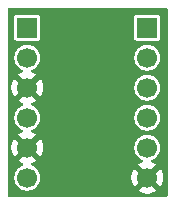
<source format=gbr>
%TF.GenerationSoftware,KiCad,Pcbnew,9.0.7*%
%TF.CreationDate,2026-01-03T11:49:46-05:00*%
%TF.ProjectId,T41-RF-board-Attenuator-daughterboard,5434312d-5246-42d6-926f-6172642d4174,rev?*%
%TF.SameCoordinates,Original*%
%TF.FileFunction,Copper,L2,Bot*%
%TF.FilePolarity,Positive*%
%FSLAX46Y46*%
G04 Gerber Fmt 4.6, Leading zero omitted, Abs format (unit mm)*
G04 Created by KiCad (PCBNEW 9.0.7) date 2026-01-03 11:49:46*
%MOMM*%
%LPD*%
G01*
G04 APERTURE LIST*
%TA.AperFunction,ComponentPad*%
%ADD10R,1.700000X1.700000*%
%TD*%
%TA.AperFunction,ComponentPad*%
%ADD11C,1.700000*%
%TD*%
%TA.AperFunction,ViaPad*%
%ADD12C,0.600000*%
%TD*%
G04 APERTURE END LIST*
D10*
%TO.P,J1,1,Pin_1*%
%TO.N,/TC0.5*%
X83820000Y-63500000D03*
D11*
%TO.P,J1,2,Pin_2*%
%TO.N,Net-(J1-Pin_2)*%
X83820000Y-66040000D03*
%TO.P,J1,3,Pin_3*%
%TO.N,GND*%
X83820000Y-68580000D03*
%TO.P,J1,4,Pin_4*%
%TO.N,+3V3*%
X83820000Y-71120000D03*
%TO.P,J1,5,Pin_5*%
%TO.N,GND*%
X83820000Y-73660000D03*
%TO.P,J1,6,Pin_6*%
%TO.N,/TC16*%
X83820000Y-76200000D03*
%TD*%
D10*
%TO.P,J2,1,Pin_1*%
%TO.N,/TC1*%
X93980000Y-63500000D03*
D11*
%TO.P,J2,2,Pin_2*%
%TO.N,/TC2*%
X93980000Y-66040000D03*
%TO.P,J2,3,Pin_3*%
%TO.N,/TC4*%
X93980000Y-68579999D03*
%TO.P,J2,4,Pin_4*%
%TO.N,/TC8*%
X93980000Y-71120000D03*
%TO.P,J2,5,Pin_5*%
%TO.N,Net-(J2-Pin_5)*%
X93980000Y-73660000D03*
%TO.P,J2,6,Pin_6*%
%TO.N,GND*%
X93980000Y-76200000D03*
%TD*%
D12*
%TO.N,GND*%
X91846400Y-72085200D03*
X95300800Y-72440800D03*
X85471000Y-77063600D03*
X85648800Y-62280800D03*
X89916000Y-76962000D03*
X95300800Y-62128400D03*
X91186000Y-75234800D03*
X89036171Y-63023300D03*
X86360000Y-64100000D03*
X90932000Y-64008000D03*
X86664800Y-68986400D03*
X95351600Y-67259200D03*
X89789000Y-72517000D03*
X82397600Y-75133200D03*
X90932000Y-68580000D03*
X82397600Y-62128400D03*
X88637393Y-69252771D03*
%TD*%
%TA.AperFunction,Conductor*%
%TO.N,GND*%
G36*
X95657739Y-61861185D02*
G01*
X95703494Y-61913989D01*
X95714700Y-61965500D01*
X95714700Y-77683700D01*
X95695015Y-77750739D01*
X95642211Y-77796494D01*
X95590700Y-77807700D01*
X82285500Y-77807700D01*
X82218461Y-77788015D01*
X82172706Y-77735211D01*
X82161500Y-77683700D01*
X82161500Y-68473753D01*
X82470000Y-68473753D01*
X82470000Y-68686246D01*
X82503242Y-68896127D01*
X82503242Y-68896130D01*
X82568904Y-69098217D01*
X82665375Y-69287550D01*
X82704728Y-69341716D01*
X83337037Y-68709408D01*
X83354075Y-68772993D01*
X83419901Y-68887007D01*
X83512993Y-68980099D01*
X83627007Y-69045925D01*
X83690590Y-69062962D01*
X83058282Y-69695269D01*
X83058282Y-69695270D01*
X83112449Y-69734624D01*
X83301784Y-69831096D01*
X83400711Y-69863239D01*
X83458387Y-69902676D01*
X83485586Y-69967034D01*
X83473672Y-70035881D01*
X83426428Y-70087357D01*
X83400722Y-70099097D01*
X83399522Y-70099487D01*
X83397550Y-70100128D01*
X83243211Y-70178768D01*
X83163256Y-70236859D01*
X83103072Y-70280586D01*
X83103070Y-70280588D01*
X83103069Y-70280588D01*
X82980588Y-70403069D01*
X82980588Y-70403070D01*
X82980586Y-70403072D01*
X82936859Y-70463256D01*
X82878768Y-70543211D01*
X82800128Y-70697552D01*
X82746597Y-70862302D01*
X82719500Y-71033389D01*
X82719500Y-71206611D01*
X82746598Y-71377701D01*
X82800127Y-71542445D01*
X82878768Y-71696788D01*
X82980586Y-71836928D01*
X83103072Y-71959414D01*
X83243212Y-72061232D01*
X83397555Y-72139873D01*
X83400708Y-72140897D01*
X83401752Y-72141611D01*
X83402048Y-72141734D01*
X83402022Y-72141795D01*
X83458383Y-72180330D01*
X83485585Y-72244688D01*
X83473674Y-72313535D01*
X83426433Y-72365013D01*
X83400712Y-72376760D01*
X83301783Y-72408904D01*
X83112439Y-72505380D01*
X83058282Y-72544727D01*
X83058282Y-72544728D01*
X83690591Y-73177037D01*
X83627007Y-73194075D01*
X83512993Y-73259901D01*
X83419901Y-73352993D01*
X83354075Y-73467007D01*
X83337037Y-73530591D01*
X82704728Y-72898282D01*
X82704727Y-72898282D01*
X82665380Y-72952439D01*
X82568904Y-73141782D01*
X82503242Y-73343869D01*
X82503242Y-73343872D01*
X82470000Y-73553753D01*
X82470000Y-73766246D01*
X82503242Y-73976127D01*
X82503242Y-73976130D01*
X82568904Y-74178217D01*
X82665375Y-74367550D01*
X82704728Y-74421716D01*
X83337037Y-73789408D01*
X83354075Y-73852993D01*
X83419901Y-73967007D01*
X83512993Y-74060099D01*
X83627007Y-74125925D01*
X83690590Y-74142962D01*
X83058282Y-74775269D01*
X83058282Y-74775270D01*
X83112449Y-74814624D01*
X83301784Y-74911096D01*
X83400711Y-74943239D01*
X83458387Y-74982676D01*
X83485586Y-75047034D01*
X83473672Y-75115881D01*
X83426428Y-75167357D01*
X83400722Y-75179097D01*
X83399522Y-75179487D01*
X83397550Y-75180128D01*
X83243211Y-75258768D01*
X83163256Y-75316859D01*
X83103072Y-75360586D01*
X83103070Y-75360588D01*
X83103069Y-75360588D01*
X82980588Y-75483069D01*
X82980588Y-75483070D01*
X82980586Y-75483072D01*
X82936859Y-75543256D01*
X82878768Y-75623211D01*
X82800128Y-75777552D01*
X82746597Y-75942302D01*
X82736349Y-76007007D01*
X82719500Y-76113389D01*
X82719500Y-76286611D01*
X82746598Y-76457701D01*
X82800127Y-76622445D01*
X82878768Y-76776788D01*
X82980586Y-76916928D01*
X83103072Y-77039414D01*
X83243212Y-77141232D01*
X83397555Y-77219873D01*
X83562299Y-77273402D01*
X83733389Y-77300500D01*
X83733390Y-77300500D01*
X83906610Y-77300500D01*
X83906611Y-77300500D01*
X84077701Y-77273402D01*
X84242445Y-77219873D01*
X84396788Y-77141232D01*
X84536928Y-77039414D01*
X84659414Y-76916928D01*
X84761232Y-76776788D01*
X84839873Y-76622445D01*
X84893402Y-76457701D01*
X84920500Y-76286611D01*
X84920500Y-76113389D01*
X84917390Y-76093753D01*
X92630000Y-76093753D01*
X92630000Y-76306246D01*
X92663242Y-76516127D01*
X92663242Y-76516130D01*
X92728904Y-76718217D01*
X92825375Y-76907550D01*
X92864728Y-76961716D01*
X93497037Y-76329408D01*
X93514075Y-76392993D01*
X93579901Y-76507007D01*
X93672993Y-76600099D01*
X93787007Y-76665925D01*
X93850590Y-76682962D01*
X93218282Y-77315269D01*
X93218282Y-77315270D01*
X93272449Y-77354624D01*
X93461782Y-77451095D01*
X93663870Y-77516757D01*
X93873754Y-77550000D01*
X94086246Y-77550000D01*
X94296127Y-77516757D01*
X94296130Y-77516757D01*
X94498217Y-77451095D01*
X94687554Y-77354622D01*
X94741716Y-77315270D01*
X94741717Y-77315270D01*
X94109408Y-76682962D01*
X94172993Y-76665925D01*
X94287007Y-76600099D01*
X94380099Y-76507007D01*
X94445925Y-76392993D01*
X94462962Y-76329408D01*
X95095270Y-76961717D01*
X95095270Y-76961716D01*
X95134622Y-76907554D01*
X95231095Y-76718217D01*
X95296757Y-76516130D01*
X95296757Y-76516127D01*
X95330000Y-76306246D01*
X95330000Y-76093753D01*
X95296757Y-75883872D01*
X95296757Y-75883869D01*
X95231095Y-75681782D01*
X95134624Y-75492449D01*
X95095270Y-75438282D01*
X95095269Y-75438282D01*
X94462962Y-76070590D01*
X94445925Y-76007007D01*
X94380099Y-75892993D01*
X94287007Y-75799901D01*
X94172993Y-75734075D01*
X94109409Y-75717037D01*
X94741716Y-75084728D01*
X94687550Y-75045375D01*
X94498217Y-74948904D01*
X94399287Y-74916760D01*
X94341611Y-74877323D01*
X94314413Y-74812964D01*
X94326328Y-74744118D01*
X94373572Y-74692642D01*
X94399290Y-74680897D01*
X94402445Y-74679873D01*
X94556788Y-74601232D01*
X94696928Y-74499414D01*
X94819414Y-74376928D01*
X94921232Y-74236788D01*
X94999873Y-74082445D01*
X95053402Y-73917701D01*
X95080500Y-73746611D01*
X95080500Y-73573389D01*
X95053402Y-73402299D01*
X94999873Y-73237555D01*
X94921232Y-73083212D01*
X94819414Y-72943072D01*
X94696928Y-72820586D01*
X94556788Y-72718768D01*
X94402445Y-72640127D01*
X94237701Y-72586598D01*
X94237699Y-72586597D01*
X94237698Y-72586597D01*
X94106271Y-72565781D01*
X94066611Y-72559500D01*
X93893389Y-72559500D01*
X93853728Y-72565781D01*
X93722302Y-72586597D01*
X93557552Y-72640128D01*
X93403211Y-72718768D01*
X93323256Y-72776859D01*
X93263072Y-72820586D01*
X93263070Y-72820588D01*
X93263069Y-72820588D01*
X93140588Y-72943069D01*
X93140588Y-72943070D01*
X93140586Y-72943072D01*
X93096859Y-73003256D01*
X93038768Y-73083211D01*
X92960128Y-73237552D01*
X92906597Y-73402302D01*
X92896349Y-73467007D01*
X92879500Y-73573389D01*
X92879500Y-73746611D01*
X92906598Y-73917701D01*
X92960127Y-74082445D01*
X93038768Y-74236788D01*
X93140586Y-74376928D01*
X93263072Y-74499414D01*
X93403212Y-74601232D01*
X93557555Y-74679873D01*
X93560708Y-74680897D01*
X93561752Y-74681611D01*
X93562048Y-74681734D01*
X93562022Y-74681795D01*
X93618383Y-74720330D01*
X93645585Y-74784688D01*
X93633674Y-74853535D01*
X93586433Y-74905013D01*
X93560712Y-74916760D01*
X93461783Y-74948904D01*
X93272439Y-75045380D01*
X93218282Y-75084727D01*
X93218282Y-75084728D01*
X93850591Y-75717037D01*
X93787007Y-75734075D01*
X93672993Y-75799901D01*
X93579901Y-75892993D01*
X93514075Y-76007007D01*
X93497037Y-76070591D01*
X92864728Y-75438282D01*
X92864727Y-75438282D01*
X92825380Y-75492439D01*
X92728904Y-75681782D01*
X92663242Y-75883869D01*
X92663242Y-75883872D01*
X92630000Y-76093753D01*
X84917390Y-76093753D01*
X84893402Y-75942299D01*
X84839873Y-75777555D01*
X84761232Y-75623212D01*
X84659414Y-75483072D01*
X84536928Y-75360586D01*
X84396788Y-75258768D01*
X84242446Y-75180127D01*
X84239284Y-75179100D01*
X84238236Y-75178383D01*
X84237952Y-75178266D01*
X84237976Y-75178206D01*
X84181609Y-75139661D01*
X84154413Y-75075302D01*
X84166329Y-75006456D01*
X84213574Y-74954981D01*
X84239288Y-74943239D01*
X84338215Y-74911096D01*
X84527554Y-74814622D01*
X84581716Y-74775270D01*
X84581717Y-74775270D01*
X83949408Y-74142962D01*
X84012993Y-74125925D01*
X84127007Y-74060099D01*
X84220099Y-73967007D01*
X84285925Y-73852993D01*
X84302962Y-73789409D01*
X84935270Y-74421717D01*
X84935270Y-74421716D01*
X84974622Y-74367554D01*
X85071095Y-74178217D01*
X85136757Y-73976130D01*
X85136757Y-73976127D01*
X85170000Y-73766246D01*
X85170000Y-73553753D01*
X85136757Y-73343872D01*
X85136757Y-73343869D01*
X85071095Y-73141782D01*
X84974624Y-72952449D01*
X84935270Y-72898282D01*
X84935269Y-72898282D01*
X84302962Y-73530590D01*
X84285925Y-73467007D01*
X84220099Y-73352993D01*
X84127007Y-73259901D01*
X84012993Y-73194075D01*
X83949409Y-73177037D01*
X84581716Y-72544728D01*
X84527550Y-72505375D01*
X84338217Y-72408904D01*
X84239287Y-72376760D01*
X84181611Y-72337323D01*
X84154413Y-72272964D01*
X84166328Y-72204118D01*
X84213572Y-72152642D01*
X84239290Y-72140897D01*
X84242445Y-72139873D01*
X84396788Y-72061232D01*
X84536928Y-71959414D01*
X84659414Y-71836928D01*
X84761232Y-71696788D01*
X84839873Y-71542445D01*
X84893402Y-71377701D01*
X84920500Y-71206611D01*
X84920500Y-71033389D01*
X92879500Y-71033389D01*
X92879500Y-71206611D01*
X92906598Y-71377701D01*
X92960127Y-71542445D01*
X93038768Y-71696788D01*
X93140586Y-71836928D01*
X93263072Y-71959414D01*
X93403212Y-72061232D01*
X93557555Y-72139873D01*
X93722299Y-72193402D01*
X93893389Y-72220500D01*
X93893390Y-72220500D01*
X94066610Y-72220500D01*
X94066611Y-72220500D01*
X94237701Y-72193402D01*
X94402445Y-72139873D01*
X94556788Y-72061232D01*
X94696928Y-71959414D01*
X94819414Y-71836928D01*
X94921232Y-71696788D01*
X94999873Y-71542445D01*
X95053402Y-71377701D01*
X95080500Y-71206611D01*
X95080500Y-71033389D01*
X95053402Y-70862299D01*
X94999873Y-70697555D01*
X94921232Y-70543212D01*
X94819414Y-70403072D01*
X94696928Y-70280586D01*
X94556788Y-70178768D01*
X94402445Y-70100127D01*
X94237701Y-70046598D01*
X94237699Y-70046597D01*
X94237698Y-70046597D01*
X94106271Y-70025781D01*
X94066611Y-70019500D01*
X93893389Y-70019500D01*
X93853728Y-70025781D01*
X93722302Y-70046597D01*
X93722299Y-70046598D01*
X93562923Y-70098383D01*
X93557552Y-70100128D01*
X93403211Y-70178768D01*
X93323256Y-70236859D01*
X93263072Y-70280586D01*
X93263070Y-70280588D01*
X93263069Y-70280588D01*
X93140588Y-70403069D01*
X93140588Y-70403070D01*
X93140586Y-70403072D01*
X93096859Y-70463256D01*
X93038768Y-70543211D01*
X92960128Y-70697552D01*
X92906597Y-70862302D01*
X92879500Y-71033389D01*
X84920500Y-71033389D01*
X84893402Y-70862299D01*
X84839873Y-70697555D01*
X84761232Y-70543212D01*
X84659414Y-70403072D01*
X84536928Y-70280586D01*
X84396788Y-70178768D01*
X84242446Y-70100127D01*
X84239284Y-70099100D01*
X84238236Y-70098383D01*
X84237952Y-70098266D01*
X84237976Y-70098206D01*
X84181609Y-70059661D01*
X84154413Y-69995302D01*
X84166329Y-69926456D01*
X84213574Y-69874981D01*
X84239288Y-69863239D01*
X84338215Y-69831096D01*
X84527554Y-69734622D01*
X84581716Y-69695270D01*
X84581717Y-69695270D01*
X83949408Y-69062962D01*
X84012993Y-69045925D01*
X84127007Y-68980099D01*
X84220099Y-68887007D01*
X84285925Y-68772993D01*
X84302962Y-68709409D01*
X84935270Y-69341717D01*
X84935270Y-69341716D01*
X84974622Y-69287554D01*
X85071095Y-69098217D01*
X85136757Y-68896130D01*
X85136757Y-68896127D01*
X85170000Y-68686246D01*
X85170000Y-68493388D01*
X92879500Y-68493388D01*
X92879500Y-68666610D01*
X92906598Y-68837700D01*
X92960127Y-69002444D01*
X93038768Y-69156787D01*
X93140586Y-69296927D01*
X93263072Y-69419413D01*
X93403212Y-69521231D01*
X93557555Y-69599872D01*
X93722299Y-69653401D01*
X93893389Y-69680499D01*
X93893390Y-69680499D01*
X94066610Y-69680499D01*
X94066611Y-69680499D01*
X94237701Y-69653401D01*
X94402445Y-69599872D01*
X94556788Y-69521231D01*
X94696928Y-69419413D01*
X94819414Y-69296927D01*
X94921232Y-69156787D01*
X94999873Y-69002444D01*
X95053402Y-68837700D01*
X95080500Y-68666610D01*
X95080500Y-68493388D01*
X95053402Y-68322298D01*
X94999873Y-68157554D01*
X94921232Y-68003211D01*
X94819414Y-67863071D01*
X94696928Y-67740585D01*
X94556788Y-67638767D01*
X94402445Y-67560126D01*
X94237701Y-67506597D01*
X94237699Y-67506596D01*
X94237698Y-67506596D01*
X94106271Y-67485780D01*
X94066611Y-67479499D01*
X93893389Y-67479499D01*
X93853728Y-67485780D01*
X93722302Y-67506596D01*
X93557552Y-67560127D01*
X93403211Y-67638767D01*
X93323256Y-67696858D01*
X93263072Y-67740585D01*
X93263070Y-67740587D01*
X93263069Y-67740587D01*
X93140588Y-67863068D01*
X93140588Y-67863069D01*
X93140586Y-67863071D01*
X93096859Y-67923255D01*
X93038768Y-68003210D01*
X92960128Y-68157551D01*
X92906597Y-68322301D01*
X92896349Y-68387007D01*
X92879500Y-68493388D01*
X85170000Y-68493388D01*
X85170000Y-68473753D01*
X85136757Y-68263872D01*
X85136757Y-68263869D01*
X85071095Y-68061782D01*
X84974624Y-67872449D01*
X84935270Y-67818282D01*
X84935269Y-67818282D01*
X84302962Y-68450590D01*
X84285925Y-68387007D01*
X84220099Y-68272993D01*
X84127007Y-68179901D01*
X84012993Y-68114075D01*
X83949409Y-68097037D01*
X84581716Y-67464728D01*
X84527550Y-67425375D01*
X84338217Y-67328904D01*
X84239287Y-67296760D01*
X84181611Y-67257323D01*
X84154413Y-67192964D01*
X84166328Y-67124118D01*
X84213572Y-67072642D01*
X84239290Y-67060897D01*
X84242445Y-67059873D01*
X84396788Y-66981232D01*
X84536928Y-66879414D01*
X84659414Y-66756928D01*
X84761232Y-66616788D01*
X84839873Y-66462445D01*
X84893402Y-66297701D01*
X84920500Y-66126611D01*
X84920500Y-65953389D01*
X92879500Y-65953389D01*
X92879500Y-66126611D01*
X92906598Y-66297701D01*
X92960127Y-66462445D01*
X93038768Y-66616788D01*
X93140586Y-66756928D01*
X93263072Y-66879414D01*
X93403212Y-66981232D01*
X93557555Y-67059873D01*
X93722299Y-67113402D01*
X93893389Y-67140500D01*
X93893390Y-67140500D01*
X94066610Y-67140500D01*
X94066611Y-67140500D01*
X94237701Y-67113402D01*
X94402445Y-67059873D01*
X94556788Y-66981232D01*
X94696928Y-66879414D01*
X94819414Y-66756928D01*
X94921232Y-66616788D01*
X94999873Y-66462445D01*
X95053402Y-66297701D01*
X95080500Y-66126611D01*
X95080500Y-65953389D01*
X95053402Y-65782299D01*
X94999873Y-65617555D01*
X94921232Y-65463212D01*
X94819414Y-65323072D01*
X94696928Y-65200586D01*
X94556788Y-65098768D01*
X94402445Y-65020127D01*
X94237701Y-64966598D01*
X94237699Y-64966597D01*
X94237698Y-64966597D01*
X94106271Y-64945781D01*
X94066611Y-64939500D01*
X93893389Y-64939500D01*
X93853728Y-64945781D01*
X93722302Y-64966597D01*
X93557552Y-65020128D01*
X93403211Y-65098768D01*
X93323256Y-65156859D01*
X93263072Y-65200586D01*
X93263070Y-65200588D01*
X93263069Y-65200588D01*
X93140588Y-65323069D01*
X93140588Y-65323070D01*
X93140586Y-65323072D01*
X93096859Y-65383256D01*
X93038768Y-65463211D01*
X92960128Y-65617552D01*
X92906597Y-65782302D01*
X92879500Y-65953389D01*
X84920500Y-65953389D01*
X84893402Y-65782299D01*
X84839873Y-65617555D01*
X84761232Y-65463212D01*
X84659414Y-65323072D01*
X84536928Y-65200586D01*
X84396788Y-65098768D01*
X84242445Y-65020127D01*
X84077701Y-64966598D01*
X84077699Y-64966597D01*
X84077698Y-64966597D01*
X83946271Y-64945781D01*
X83906611Y-64939500D01*
X83733389Y-64939500D01*
X83693728Y-64945781D01*
X83562302Y-64966597D01*
X83397552Y-65020128D01*
X83243211Y-65098768D01*
X83163256Y-65156859D01*
X83103072Y-65200586D01*
X83103070Y-65200588D01*
X83103069Y-65200588D01*
X82980588Y-65323069D01*
X82980588Y-65323070D01*
X82980586Y-65323072D01*
X82936859Y-65383256D01*
X82878768Y-65463211D01*
X82800128Y-65617552D01*
X82746597Y-65782302D01*
X82719500Y-65953389D01*
X82719500Y-66126611D01*
X82746598Y-66297701D01*
X82800127Y-66462445D01*
X82878768Y-66616788D01*
X82980586Y-66756928D01*
X83103072Y-66879414D01*
X83243212Y-66981232D01*
X83397555Y-67059873D01*
X83400708Y-67060897D01*
X83401752Y-67061611D01*
X83402048Y-67061734D01*
X83402022Y-67061795D01*
X83458383Y-67100330D01*
X83485585Y-67164688D01*
X83473674Y-67233535D01*
X83426433Y-67285013D01*
X83400712Y-67296760D01*
X83301783Y-67328904D01*
X83112439Y-67425380D01*
X83058282Y-67464727D01*
X83058282Y-67464728D01*
X83690591Y-68097037D01*
X83627007Y-68114075D01*
X83512993Y-68179901D01*
X83419901Y-68272993D01*
X83354075Y-68387007D01*
X83337037Y-68450591D01*
X82704728Y-67818282D01*
X82704727Y-67818282D01*
X82665380Y-67872439D01*
X82568904Y-68061782D01*
X82503242Y-68263869D01*
X82503242Y-68263872D01*
X82470000Y-68473753D01*
X82161500Y-68473753D01*
X82161500Y-62625321D01*
X82719500Y-62625321D01*
X82719500Y-64374678D01*
X82734032Y-64447735D01*
X82734033Y-64447739D01*
X82734034Y-64447740D01*
X82789399Y-64530601D01*
X82872260Y-64585966D01*
X82872264Y-64585967D01*
X82945321Y-64600499D01*
X82945324Y-64600500D01*
X82945326Y-64600500D01*
X84694676Y-64600500D01*
X84694677Y-64600499D01*
X84767740Y-64585966D01*
X84850601Y-64530601D01*
X84905966Y-64447740D01*
X84920500Y-64374674D01*
X84920500Y-62625326D01*
X84920500Y-62625323D01*
X84920499Y-62625321D01*
X92879500Y-62625321D01*
X92879500Y-64374678D01*
X92894032Y-64447735D01*
X92894033Y-64447739D01*
X92894034Y-64447740D01*
X92949399Y-64530601D01*
X93032260Y-64585966D01*
X93032264Y-64585967D01*
X93105321Y-64600499D01*
X93105324Y-64600500D01*
X93105326Y-64600500D01*
X94854676Y-64600500D01*
X94854677Y-64600499D01*
X94927740Y-64585966D01*
X95010601Y-64530601D01*
X95065966Y-64447740D01*
X95080500Y-64374674D01*
X95080500Y-62625326D01*
X95080500Y-62625323D01*
X95080499Y-62625321D01*
X95065967Y-62552264D01*
X95065966Y-62552260D01*
X95010601Y-62469399D01*
X94927740Y-62414034D01*
X94927739Y-62414033D01*
X94927735Y-62414032D01*
X94854677Y-62399500D01*
X94854674Y-62399500D01*
X93105326Y-62399500D01*
X93105323Y-62399500D01*
X93032264Y-62414032D01*
X93032260Y-62414033D01*
X92949399Y-62469399D01*
X92894033Y-62552260D01*
X92894032Y-62552264D01*
X92879500Y-62625321D01*
X84920499Y-62625321D01*
X84905967Y-62552264D01*
X84905966Y-62552260D01*
X84850601Y-62469399D01*
X84767740Y-62414034D01*
X84767739Y-62414033D01*
X84767735Y-62414032D01*
X84694677Y-62399500D01*
X84694674Y-62399500D01*
X82945326Y-62399500D01*
X82945323Y-62399500D01*
X82872264Y-62414032D01*
X82872260Y-62414033D01*
X82789399Y-62469399D01*
X82734033Y-62552260D01*
X82734032Y-62552264D01*
X82719500Y-62625321D01*
X82161500Y-62625321D01*
X82161500Y-61965500D01*
X82181185Y-61898461D01*
X82233989Y-61852706D01*
X82285500Y-61841500D01*
X95590700Y-61841500D01*
X95657739Y-61861185D01*
G37*
%TD.AperFunction*%
%TD*%
M02*

</source>
